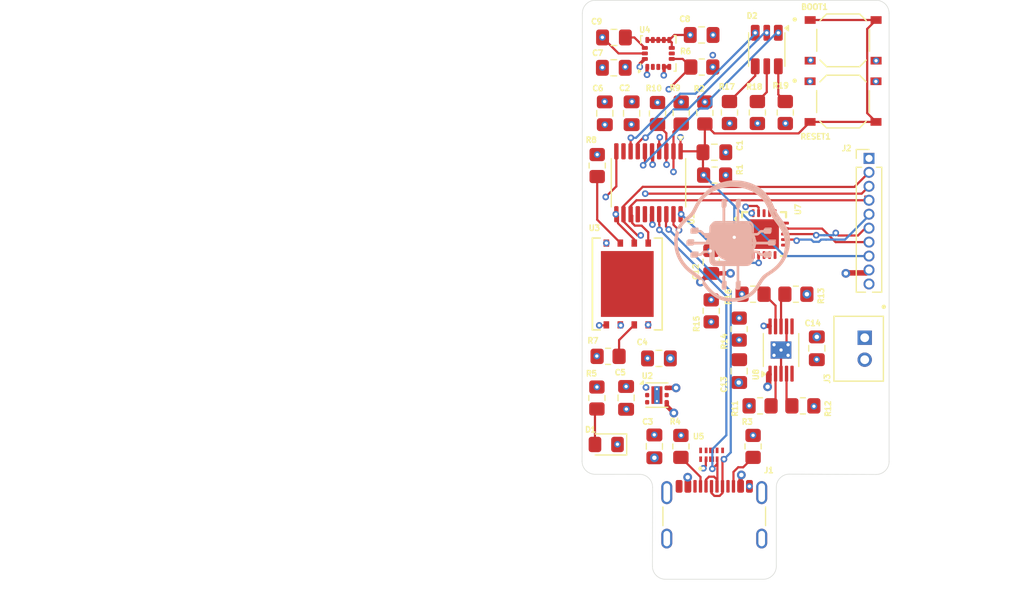
<source format=kicad_pcb>
(kicad_pcb (version 20241229) (generator "pcbnew") (generator_version "9.0")
  (layers (0 "F.Cu" signal) (4 "In1.Cu" power) (6 "In2.Cu" mixed) (8 "In3.Cu" signal) (10 "In4.Cu" signal) (2 "B.Cu" signal) (13 "F.Paste" user) (15 "B.Paste" user) (5 "F.SilkS" user "F.Silkscreen") (7 "B.SilkS" user "B.Silkscreen") (1 "F.Mask" user) (3 "B.Mask" user) (25 "Edge.Cuts" user))
  (net 0 "")
  (net 1 "/3v3")
  (net 2 "/BOOT")
  (net 3 "GND")
  (net 4 "/5vUSB")
  (net 5 "Net-(U4-REGOUT)")
  (net 6 "/VBAT")
  (net 7 "Net-(D1-A)")
  (net 8 "/RGB_B")
  (net 9 "/RGB_R")
  (net 10 "Net-(D2-RK)")
  (net 11 "Net-(D2-BK)")
  (net 12 "Net-(D2-GK)")
  (net 13 "/RGB_G")
  (net 14 "Net-(J1-CC1)")
  (net 16 "/USB_DM")
  (net 18 "Net-(J1-CC2)")
  (net 19 "/USB_DP")
  (net 20 "/TFT_CS")
  (net 21 "/CARD_CS")
  (net 22 "/D{slash}C")
  (net 23 "/SPI1_MOSI")
  (net 24 "/SPI1_MISO")
  (net 25 "/LITE_PWM")
  (net 26 "/SPI1_SCK")
  (net 27 "/ACCEL_INT")
  (net 28 "Net-(U3-*WP)")
  (net 29 "Net-(U3-*HOLD)")
  (net 30 "/I2C_SDA")
  (net 31 "/I2C_SCL")
  (net 32 "Net-(U8-ISET)")
  (net 33 "Net-(U8-PRETERM)")
  (net 34 "/nCHG")
  (net 35 "/VBAT_SNS")
  (net 36 "Net-(U8-TS)")
  (net 38 "/IO_INT")
  (net 39 "/MEM_nCE")
  (net 49 "/MTR_IN1")
  (net 50 "/MTR_IN2")
  (net 51 "/MTR_nSLEEP")
  (footprint "LED_SMD:LED_ROHM_SMLVN6" (layer "F.Cu") (at 144.755387 75.279149 -90)
    (property "Reference" "D2")
    (property "Value" "SMLVN6RGB")
  )
  (footprint "Package_LGA:LGA-16_3x3mm_P0.5mm_LayoutBorder3x5y" (layer "F.Cu") (at 134.884752 75.633842 90)
    (property "Reference" "U4")
    (property "Value" "ICM-20602")
  )
  (footprint "Connector_USB:USB_C_Receptacle_GCT_USB4105-xx-A_16P_TopMnt_Horizontal" (layer "F.Cu") (at 139.975387 118.709149)
    (property "Reference" "J1")
    (property "Value" "USB_C_Receptacle_USB2.0_16P")
  )
  (footprint "Resistor_SMD:R_0805_2012Metric_Pad1.20x1.40mm_HandSolder" (layer "F.Cu") (at 143.900387 81.009149 -90)
    (property "Reference" "R18")
    (property "Value" "1k")
  )
  (footprint "Capacitor_SMD:C_0805_2012Metric_Pad1.18x1.45mm_HandSolder" (layer "F.Cu") (at 149.31 102.4675 -90)
    (property "Reference" "C14")
    (property "Value" "1uF")
  )
  (footprint "Resistor_SMD:R_0805_2012Metric_Pad1.20x1.40mm_HandSolder" (layer "F.Cu") (at 136.966658 81.055547 -90)
    (property "Reference" "R9")
    (property "Value" "4.7k")
  )
  (footprint "Resistor_SMD:R_0805_2012Metric_Pad1.20x1.40mm_HandSolder" (layer "F.Cu") (at 140.007222 86.704963)
    (property "Reference" "R1")
    (property "Value" "10k")
  )
  (footprint "Capacitor_SMD:C_0805_2012Metric_Pad1.18x1.45mm_HandSolder" (layer "F.Cu") (at 134.527221 111.395 90)
    (property "Reference" "C3")
    (property "Value" "10uF")
  )
  (footprint "Resistor_SMD:R_0805_2012Metric_Pad1.20x1.40mm_HandSolder" (layer "F.Cu") (at 142.24 100.72 90)
    (property "Reference" "R14")
    (property "Value" "2k")
  )
  (footprint "Capacitor_SMD:C_0805_2012Metric_Pad1.18x1.45mm_HandSolder" (layer "F.Cu") (at 130.832858 76.940286 180)
    (property "Reference" "C7")
    (property "Value" "2.2uF")
  )
  (footprint "LED_SMD:LED_0805_2012Metric_Pad1.15x1.40mm_HandSolder" (layer "F.Cu") (at 130.145832 111.219149 180)
    (property "Reference" "D1")
    (property "Value" "LED")
  )
  (footprint "Capacitor_SMD:C_0805_2012Metric_Pad1.18x1.45mm_HandSolder" (layer "F.Cu") (at 139.986742 84.626249)
    (property "Reference" "C1")
    (property "Value" "0.1uF")
  )
  (footprint "Resistor_SMD:R_0805_2012Metric_Pad1.20x1.40mm_HandSolder" (layer "F.Cu") (at 147.405 97.545 180)
    (property "Reference" "R13")
    (property "Value" "2k")
  )
  (footprint "Connector_PinHeader_1.27mm:PinHeader_1x10_P1.27mm_Vertical" (layer "F.Cu") (at 154.060387 85.184149)
    (property "Reference" "J2")
    (property "Value" "Conn_01x10_Pin")
  )
  (footprint "ESD7104MUTAG:DIO_ESDR0524PMUTAG" (layer "F.Cu") (at 139.735387 112.16 90)
    (property "Reference" "U5")
    (property "Value" "~")
  )
  (footprint "MC23008-xML:QFN21P50_400X400X100L40X24T270N" (layer "F.Cu") (at 144.51 92.075)
    (property "Reference" "U7")
    (property "Value" "MCP23008-E_ML")
  )
  (footprint "Capacitor_SMD:C_0805_2012Metric_Pad1.18x1.45mm_HandSolder" (layer "F.Cu") (at 134.942515 103.388956)
    (property "Reference" "C4")
    (property "Value" "1uF")
  )
  (footprint "Resistor_SMD:R_0805_2012Metric_Pad1.20x1.40mm_HandSolder" (layer "F.Cu") (at 143.51 111.395 90)
    (property "Reference" "R3")
    (property "Value" "5.1K")
  )
  (footprint "PT5526:SW_PTS526_SM08_SMTR2_LFS" (layer "F.Cu") (at 151.695387 80.014012)
    (property "Reference" "RESET1")
    (property "Value" "PTS526")
  )
  (footprint "Resistor_SMD:R_0805_2012Metric_Pad1.20x1.40mm_HandSolder" (layer "F.Cu") (at 134.811875 81.096051 -90)
    (property "Reference" "R10")
    (property "Value" "4.7k")
  )
  (footprint "Capacitor_SMD:C_0805_2012Metric_Pad1.18x1.45mm_HandSolder" (layer "F.Cu") (at 130.016269 81.079849 -90)
    (property "Reference" "C6")
    (property "Value" "1uF")
  )
  (footprint "Capacitor_SMD:C_0805_2012Metric_Pad1.18x1.45mm_HandSolder" (layer "F.Cu") (at 139.7 94.615 -90)
    (property "Reference" "C12")
    (property "Value" "1uF")
  )
  (footprint "footprints:WSON8_Q2A_SST_MCH-M" (layer "F.Cu") (at 132.062273 96.614149 90)
    (property "Reference" "U3")
    (property "Value" "SST25VF020B-80-4C-QAE")
  )
  (footprint "Resistor_SMD:R_0805_2012Metric_Pad1.20x1.40mm_HandSolder" (layer "F.Cu") (at 138.842308 76.871223 180)
    (property "Reference" "R6")
    (property "Value" "10K")
  )
  (footprint "Package_SON:WSON-6-1EP_2x2mm_P0.65mm_EP1x1.6mm_ThermalVias" (layer "F.Cu") (at 134.757887 106.726791)
    (property "Reference" "U2")
    (property "Value" "LP5912-3.3DRV")
  )
  (footprint "Capacitor_SMD:C_0805_2012Metric_Pad1.18x1.45mm_HandSolder" (layer "F.Cu") (at 132.454529 81.076281 90)
    (property "Reference" "C2")
    (property "Value" "1uF")
  )
  (footprint "Resistor_SMD:R_0805_2012Metric_Pad1.20x1.40mm_HandSolder" (layer "F.Cu") (at 129.295387 106.990761 -90)
    (property "Reference" "R5")
    (property "Value" "1k")
  )
  (footprint "Resistor_SMD:R_0805_2012Metric_Pad1.20x1.40mm_HandSolder" (layer "F.Cu") (at 139.121439 81.047446 -90)
    (property "Reference" "R2")
    (property "Value" "10k")
  )
  (footprint "Capacitor_SMD:C_0805_2012Metric_Pad1.18x1.45mm_HandSolder" (layer "F.Cu") (at 130.849059 74.177952 180)
    (property "Reference" "C9")
    (property "Value" "0.1uF")
  )
  (footprint "Capacitor_SMD:C_0805_2012Metric_Pad1.18x1.45mm_HandSolder" (layer "F.Cu") (at 142.24 104.5425 90)
    (property "Reference" "C13")
    (property "Value" "1uF")
  )
  (footprint "Package_SO:TSSOP-20_4.4x6.5mm_P0.65mm" (layer "F.Cu") (at 133.990387 87.401649 -90)
    (property "Reference" "U1")
    (property "Value" "STM32F042F6Px")
  )
  (footprint "Resistor_SMD:R_0805_2012Metric_Pad1.20x1.40mm_HandSolder" (layer "F.Cu") (at 136.939757 111.395 90)
    (property "Reference" "R4")
    (property "Value" "5.1K")
  )
  (footprint "Resistor_SMD:R_0805_2012Metric_Pad1.20x1.40mm_HandSolder" (layer "F.Cu") (at 143.51 97.545 180)
    (property "Reference" "R16")
    (property "Value" "100k")
  )
  (footprint "Resistor_SMD:R_0805_2012Metric_Pad1.20x1.40mm_HandSolder" (layer "F.Cu") (at 146.440387 81.009149 -90)
    (property "Reference" "R19")
    (property "Value" "1k")
  )
  (footprint "PT5526:SW_PTS526_SM08_SMTR2_LFS" (layer "F.Cu") (at 151.705293 74.440722)
    (property "Reference" "BOOT1")
    (property "Value" "PTS526")
  )
  (footprint "Resistor_SMD:R_0805_2012Metric_Pad1.20x1.40mm_HandSolder" (layer "F.Cu") (at 141.360387 81.009149 -90)
    (property "Reference" "R17")
    (property "Value" "1k")
  )
  (footprint "Resistor_SMD:R_0805_2012Metric_Pad1.20x1.40mm_HandSolder" (layer "F.Cu") (at 129.323661 85.836976 -90)
    (property "Reference" "R8")
    (property "Value" "10k")
  )
  (footprint "Resistor_SMD:R_0805_2012Metric_Pad1.20x1.40mm_HandSolder" (layer "F.Cu") (at 148.04 107.705)
    (property "Reference" "R12")
    (property "Value" "2k")
  )
  (footprint "Package_SO:HVSSOP-10-1EP_3x3mm_P0.5mm_EP1.57x1.88mm_ThermalVias" (layer "F.Cu") (at 146.054812 102.625 90)
    (property "Reference" "U8")
    (property "Value" "BQ24090DGQ")
  )
  (footprint "Resistor_SMD:R_0805_2012Metric_Pad1.20x1.40mm_HandSolder" (layer "F.Cu") (at 139.7 99.06 -90)
    (property "Reference" "R15")
    (property "Value" "2k")
  )
  (footprint "Resistor_SMD:R_0805_2012Metric_Pad1.20x1.40mm_HandSolder" (layer "F.Cu") (at 130.314782 103.199641)
    (property "Reference" "R7")
    (property "Value" "10k")
  )
  (footprint "Capacitor_SMD:C_0805_2012Metric_Pad1.18x1.45mm_HandSolder" (layer "F.Cu") (at 138.828233 73.950812 180)
    (property "Reference" "C8")
    (property "Value" "0.1uF")
  )
  (footprint "Capacitor_SMD:C_0805_2012Metric_Pad1.18x1.45mm_HandSolder" (layer "F.Cu") (at 131.953363 106.979585 90)
    (property "Reference" "C5")
    (property "Value" "1uF")
  )
  (footprint "Resistor_SMD:R_0805_2012Metric_Pad1.20x1.40mm_HandSolder" (layer "F.Cu") (at 144.145 107.705 180)
    (property "Reference" "R11")
    (property "Value" "1k")
  )
  (footprint "B2B-PH-K-S:JST_B2B-PH-K-S" (layer "F.Cu") (at 153.12 102.505 90)
    (property "Reference" "J3")
    (property "Value" "B2B-PH-K-S")
  )
  (footprint "logo:omlet_logo" (layer "B.Cu") (at 141.474505 92.887059)
    (property "Reference" "G***")
    (property "Value" "LOGO" (hide yes))
  )
  (gr_arc (start 145.623498 115.105349) (mid 145.970752 114.266912) (end 146.809165 113.919598) (stroke (width 0.05)) (layer "Edge.Cuts"))
  (gr_line (start 155.889187 71.976149) (end 155.889934 112.776) (stroke (width 0.05)) (layer "Edge.Cuts"))
  (gr_arc (start 145.623498 122.303698) (mid 145.277422 123.1392) (end 144.44192 123.485276) (stroke (width 0.05)) (layer "Edge.Cuts"))
  (gr_line (start 134.350609 122.303698) (end 134.366 115.1128) (stroke (width 0.05)) (layer "Edge.Cuts"))
  (gr_arc (start 127.973631 71.976149) (mid 128.319707 71.140647) (end 129.155209 70.794571) (stroke (width 0.05)) (layer "Edge.Cuts"))
  (gr_line (start 129.155209 70.794594) (end 154.707599 70.794571) (stroke (width 0.05)) (layer "Edge.Cuts"))
  (gr_line (start 133.184422 113.936949) (end 129.120727 113.931953) (stroke (width 0.05)) (layer "Edge.Cuts"))
  (gr_line (start 127.945937 112.755349) (end 127.973631 71.976149) (stroke (width 0.05)) (layer "Edge.Cuts"))
  (gr_line (start 145.623499 115.105349) (end 145.623498 122.303698) (stroke (width 0.05)) (layer "Edge.Cuts"))
  (gr_line (start 144.43469 123.485276) (end 135.5344 123.485276) (stroke (width 0.05)) (layer "Edge.Cuts"))
  (gr_line (start 154.698428 113.95005) (end 146.809165 113.919598) (stroke (width 0.05)) (layer "Edge.Cuts"))
  (gr_arc (start 154.707609 70.794571) (mid 155.543111 71.140647) (end 155.889187 71.976149) (stroke (width 0.05)) (layer "Edge.Cuts"))
  (gr_arc (start 129.127528 113.931973) (mid 128.292026 113.585897) (end 127.94595 112.750395) (stroke (width 0.05)) (layer "Edge.Cuts"))
  (gr_arc (start 133.184422 113.936949) (mid 134.019924 114.283025) (end 134.366 115.118527) (stroke (width 0.05)) (layer "Edge.Cuts"))
  (gr_arc (start 135.532187 123.485276) (mid 134.696685 123.1392) (end 134.350609 122.303698) (stroke (width 0.05)) (layer "Edge.Cuts"))
  (gr_arc (start 155.889186 112.768549) (mid 155.543093 113.604022) (end 154.707609 113.950086) (stroke (width 0.05)) (layer "Edge.Cuts"))
  (segment (start 134.366 84.589762) (end 134.315387 84.539149) (width 0.3) (layer "F.Cu") (net 1))
  (segment (start 131.870358 76.940286) (end 131.870358 76.866842) (width 0.3) (layer "F.Cu") (net 1))
  (segment (start 133.807833 106.076791) (end 133.757885 106.026843) (width 0.3) (layer "F.Cu") (net 1))
  (segment (start 133.858 76.859594) (end 133.858752 76.858842) (width 0.3) (layer "F.Cu") (net 1))
  (segment (start 134.366 85.7504) (end 134.366 84.589762) (width 0.3) (layer "F.Cu") (net 1))
  (segment (start 129.314782 103.199641) (end 129.310841 103.199641) (width 0.3) (layer "F.Cu") (net 1))
  (segment (start 148.705293 76.290722) (end 148.705293 76.287907) (width 0.3) (layer "F.Cu") (net 1))
  (segment (start 129.310841 103.199641) (end 129.286 103.1748) (width 0.3) (layer "F.Cu") (net 1))
  (segment (start 135.410752 76.858842) (end 135.410752 77.593648) (width 0.3) (layer "F.Cu") (net 1))
  (segment (start 134.349165 91.208802) (end 134.2644 91.124037) (width 0.3) (layer "F.Cu") (net 1))
  (segment (start 132.454529 82.111729) (end 132.4356 82.0928) (width 0.3) (layer "F.Cu") (net 1))
  (segment (start 135.884752 76.905952) (end 135.89 76.9112) (width 0.3) (layer "F.Cu") (net 1))
  (segment (start 133.858 77.5716) (end 133.858 76.859594) (width 0.3) (layer "F.Cu") (net 1))
  (segment (start 133.2484 76.8096) (end 133.2484 76.545194) (width 0.3) (layer "F.Cu") (net 1))
  (segment (start 148.705293 76.287907) (end 148.7424 76.2508) (width 0.3) (layer "F.Cu") (net 1))
  (segment (start 134.2644 90.315136) (end 134.315387 90.264149) (width 0.3) (layer "F.Cu") (net 1))
  (segment (start 135.884752 76.858842) (end 135.410752 76.858842) (width 0.3) (layer "F.Cu") (net 1))
  (segment (start 131.870358 76.866842) (end 131.8768 76.8604) (width 0.3) (layer "F.Cu") (net 1))
  (segment (start 132.454529 82.113781) (end 132.454529 82.111729) (width 0.3) (layer "F.Cu") (net 1))
  (segment (start 133.633752 76.159842) (end 133.659752 76.159842) (width 0.3) (layer "F.Cu") (net 1))
  (segment (start 135.410752 77.593648) (end 135.382 77.6224) (width 0.3) (layer "F.Cu") (net 1))
  (segment (start 133.870387 106.076791) (end 133.807833 106.076791) (width 0.3) (layer "F.Cu") (net 1))
  (segment (start 134.2644 91.124037) (end 134.2644 90.315136) (width 0.3) (layer "F.Cu") (net 1))
  (segment (start 133.2484 76.545194) (end 133.633752 76.159842) (width 0.3) (layer "F.Cu") (net 1))
  (segment (start 133.1976 76.8604) (end 133.2484 76.8096) (width 0.3) (layer "F.Cu") (net 1))
  (via (at 136.966658 80.055547) (size 0.6) (drill 0.3) (layers "F.Cu" "B.Cu") (net 1))
  (via (at 135.382 77.6224) (size 0.6) (drill 0.3) (layers "F.Cu" "B.Cu") (net 1))
  (via (at 129.323661 84.836976) (size 0.6) (drill 0.3) (layers "F.Cu" "B.Cu") (net 1))
  (via (at 130.157273 92.893049) (size 0.6) (drill 0.3) (layers "F.Cu" "B.Cu") (net 1))
  (via (at 154.705293 76.290722) (size 0.6) (drill 0.3) (layers "F.Cu" "B.Cu") (net 1))
  (via (at 131.953363 105.942085) (size 0.6) (drill 0.3) (layers "F.Cu" "B.Cu") (net 1))
  (via (at 129.286 103.1748) (size 0.6) (drill 0.3) (layers "F.Cu" "B.Cu") (net 1))
  (via (at 129.295387 105.990761) (size 0.6) (drill 0.3) (layers "F.Cu" "B.Cu") (net 1))
  (via (at 130.016269 82.117349) (size 0.6) (drill 0.3) (layers "F.Cu" "B.Cu") (net 1))
  (via (at 131.8768 76.8604) (size 0.6) (drill 0.3) (layers "F.Cu" "B.Cu") (net 1))
  (via (at 148.7424 76.2508) (size 0.6) (drill 0.3) (layers "F.Cu" "B.Cu") (net 1))
  (via (at 133.757885 106.026843) (size 0.6) (drill 0.3) (layers "F.Cu" "B.Cu") (net 1))
  (via (at 133.1976 76.8604) (size 0.6) (drill 0.3) (layers "F.Cu" "B.Cu") (net 1))
  (via (at 134.366 85.7504) (size 0.6) (drill 0.3) (layers "F.Cu" "B.Cu") (net 1))
  (via (at 132.4356 82.0928) (size 0.6) (drill 0.3) (layers "F.Cu" "B.Cu") (net 1))
  (via (at 133.858 77.5716) (size 0.6) (drill 0.3) (layers "F.Cu" "B.Cu") (net 1))
  (via (at 139.842308 76.871223) (size 0.6) (drill 0.3) (layers "F.Cu" "B.Cu") (net 1))
  (via (at 134.811875 80.096051) (size 0.6) (drill 0.3) (layers "F.Cu" "B.Cu") (net 1))
  (via (at 139.865733 73.950812) (size 0.6) (drill 0.3) (layers "F.Cu" "B.Cu") (net 1))
  (via (at 134.349165 91.208802) (size 0.6) (drill 0.3) (layers "F.Cu" "B.Cu") (net 1))
  (via (at 139.842308 75.79) (size 0.6) (drill 0.3) (layers "F.Cu" "B.Cu") (net 1))
  (via (at 139.121439 80.047446) (size 0.6) (drill 0.3) (layers "F.Cu" "B.Cu") (net 1))
  (segment (start 154.705293 72.590722) (end 153.894387 73.401628) (width 0.2) (layer "F.Cu") (net 2))
  (segment (start 153.894387 81.063012) (end 154.695387 81.864012) (width 0.2) (layer "F.Cu") (net 2))
  (segment (start 138.949242 84.626249) (end 138.949242 86.646983) (width 0.2) (layer "F.Cu") (net 2))
  (segment (start 153.894387 73.401628) (end 153.894387 81.063012) (width 0.2) (layer "F.Cu") (net 2))
  (segment (start 139.121439 82.047446) (end 139.121439 84.454052) (width 0.2) (layer "F.Cu") (net 2))
  (segment (start 142.005616 92.575) (end 141.798212 92.367596) (width 0.2) (layer "F.Cu") (net 2))
  (segment (start 148.695387 81.864012) (end 154.695387 81.864012) (width 0.2) (layer "F.Cu") (net 2))
  (segment (start 139.121439 84.454052) (end 138.949242 84.626249) (width 0.2) (layer "F.Cu") (net 2))
  (segment (start 135.015387 83.2612) (end 134.965387 83.3112) (width 0.2) (layer "F.Cu") (net 2))
  (segment (start 138.949242 86.646983) (end 139.007222 86.704963) (width 0.2) (layer "F.Cu") (net 2))
  (segment (start 139.984142 82.910149) (end 147.64925 82.910149) (width 0.2) (layer "F.Cu") (net 2))
  (segment (start 147.64925 82.910149) (end 148.695387 81.864012) (width 0.2) (layer "F.Cu") (net 2))
  (segment (start 142.605 92.575) (end 142.005616 92.575) (width 0.2) (layer "F.Cu") (net 2))
  (segment (start 136.906 84.529762) (end 136.915387 84.539149) (width 0.2) (layer "F.Cu") (net 2))
  (segment (start 136.915387 84.539149) (end 138.862142 84.539149) (width 0.2) (layer "F.Cu") (net 2))
  (segment (start 134.965387 83.3112) (end 134.965387 84.539149) (width 0.2) (layer "F.Cu") (net 2))
  (segment (start 136.906 83.2612) (end 136.906 84.529762) (width 0.2) (layer "F.Cu") (net 2))
  (segment (start 148.705293 72.590722) (end 154.705293 72.590722) (width 0.2) (layer "F.Cu") (net 2))
  (segment (start 139.121439 82.047446) (end 139.984142 82.910149) (width 0.2) (layer "F.Cu") (net 2))
  (segment (start 138.862142 84.539149) (end 138.949242 84.626249) (width 0.2) (layer "F.Cu") (net 2))
  (via (at 139.007222 86.704963) (size 0.6) (drill 0.3) (layers "F.Cu" "B.Cu") (net 2))
  (via (at 136.906 83.2612) (size 0.6) (drill 0.3) (layers "F.Cu" "B.Cu") (net 2))
  (via (at 135.015387 83.2612) (size 0.6) (drill 0.3) (layers "F.Cu" "B.Cu") (net 2))
  (via (at 141.798212 92.367596) (size 0.6) (drill 0.3) (layers "F.Cu" "B.Cu") (net 2))
  (segment (start 146.376408 94.074149) (end 154.060387 94.074149) (width 0.2) (layer "B.Cu") (net 2))
  (segment (start 139.007222 86.704963) (end 141.58113 89.27887) (width 0.2) (layer "B.Cu") (net 2))
  (segment (start 141.58113 89.27887) (end 146.376408 94.074149) (width 0.2) (layer "B.Cu") (net 2))
  (segment (start 141.798212 89.495952) (end 141.58113 89.27887) (width 0.2) (layer "B.Cu") (net 2))
  (segment (start 141.798212 92.367596) (end 141.798212 89.495952) (width 0.2) (layer "B.Cu") (net 2))
  (segment (start 131.170832 111.219149) (end 131.170832 111.206432) (width 0.2) (layer "F.Cu") (net 3))
  (segment (start 131.953363 108.017085) (end 131.962115 108.017085) (width 0.2) (layer "F.Cu") (net 3))
  (segment (start 136.109752 75.133842) (end 136.109752 74.633842) (width 0.2) (layer "F.Cu") (net 3))
  (segment (start 136.939757 110.395) (end 136.9502 110.395) (width 0.2) (layer "F.Cu") (net 3))
  (segment (start 129.811559 74.177952) (end 129.803952 74.177952) (width 0.2) (layer "F.Cu") (net 3))
  (segment (start 129.795358 76.912558) (end 129.794 76.9112) (width 0.2) (layer "F.Cu") (net 3))
  (segment (start 141.360387 82.009149) (end 141.360387 82.007213) (width 0.2) (layer "F.Cu") (net 3))
  (segment (start 131.170832 111.206432) (end 131.1656 111.2012) (width 0.2) (layer "F.Cu") (net 3))
  (segment (start 133.967273 100.335249) (end 133.964849 100.335249) (width 0.2) (layer "F.Cu") (net 3))
  (segment (start 139.7 98.06) (end 139.7 98.044) (width 0.2) (layer "F.Cu") (net 3))
  (segment (start 139.6453 93.5775) (end 139.608465 93.614335) (width 0.2) (layer "F.Cu") (net 3))
  (segment (start 136.109752 74.633842) (end 135.884752 74.408842) (width 0.2) (layer "F.Cu") (net 3))
  (segment (start 143.900387 82.009149) (end 143.900387 82.007213) (width 0.2) (layer "F.Cu") (net 3))
  (segment (start 130.016269 80.029069) (end 129.9972 80.01) (width 0.2) (layer "F.Cu") (net 3))
  (segment (start 148.695387 78.164012) (end 148.695387 78.177413) (width 0.2) (layer "F.Cu") (net 3))
  (segment (start 133.884752 74.408842) (end 134.384752 74.408842) (width 0.2) (layer "F.Cu") (net 3))
  (segment (start 133.964849 100.335249) (end 133.9596 100.33) (width 0.2) (layer "F.Cu") (net 3))
  (segment (start 142.51 97.545) (end 142.503 97.545) (width 0.2) (layer "F.Cu") (net 3))
  (segment (start 134.527221 110.3575) (end 134.527221 110.346421) (width 0.2) (layer "F.Cu") (net 3))
  (segment (start 134.884752 74.408842) (end 135.384752 74.408842) (width 0.2) (layer "F.Cu") (net 3))
  (segment (start 142.503 97.545) (end 142.494 97.536) (width 0.2) (layer "F.Cu") (net 3))
  (segment (start 141.360387 82.007213) (end 141.3764 81.9912) (width 0.2) (layer "F.Cu") (net 3))
  (segment (start 149.31 103.4884) (end 149.3012 103.4796) (width 0.2) (layer "F.Cu") (net 3))
  (segment (start 136.342782 73.950812) (end 135.884752 74.408842) (width 0.2) (layer "F.Cu") (net 3))
  (segment (start 135.384752 74.408842) (end 135.884752 74.408842) (width 0.2) (layer "F.Cu") (net 3))
  (segment (start 148.695387 78.177413) (end 148.6916 78.1812) (width 0.2) (layer "F.Cu") (net 3))
  (segment (start 154.695387 78.171813) (end 154.686 78.1812) (width 0.2) (layer "F.Cu") (net 3))
  (segment (start 136.9502 110.395) (end 136.9568 110.3884) (width 0.2) (layer "F.Cu") (net 3))
  (segment (start 129.795358 76.940286) (end 129.795358 76.912558) (width 0.2) (layer "F.Cu") (net 3))
  (segment (start 134.384752 74.408842) (end 134.884752 74.408842) (width 0.2) (layer "F.Cu") (net 3))
  (segment (start 143.145 107.705) (end 143.1454 107.705) (width 0.2) (layer "F.Cu") (net 3))
  (segment (start 133.659752 75.633842) (end 131.267449 75.633842) (width 0.2) (layer "F.Cu") (net 3))
  (segment (start 154.695387 78.164012) (end 154.695387 78.171813) (width 0.2) (layer "F.Cu") (net 3))
  (segment (start 141.024242 84.626249) (end 141.024242 84.629358) (width 0.2) (layer "F.Cu") (net 3))
  (segment (start 149.04 107.705) (end 149.04 107.7396) (width 0.2) (layer "F.Cu") (net 3))
  (segment (start 130.016269 80.042349) (end 130.016269 80.029069) (width 0.2) (layer "F.Cu") (net 3))
  (segment (start 139.7 93.5775) (end 139.6453 93.5775) (width 0.2) (layer "F.Cu") (net 3))
  (segment (start 129.803952 74.177952) (end 129.794 74.168) (width 0.2) (layer "F.Cu") (net 3))
  (segment (start 137.790733 73.950812) (end 136.342782 73.950812) (width 0.2) (layer "F.Cu") (net 3))
  (segment (start 146.554812 100.475) (end 146.554812 102.125) (width 0.2) (layer "F.Cu") (net 3))
  (segment (start 131.267449 75.633842) (end 129.811559 74.177952) (width 0.2) (layer "F.Cu") (net 3))
  (segment (start 141.007222 86.704963) (end 141.010163 86.704963) (width 0.2) (layer "F.Cu") (net 3))
  (segment (start 146.440387 82.007213) (end 146.4564 81.9912) (width 0.2) (layer "F.Cu") (net 3))
  (segment (start 132.454529 80.038781) (end 132.457619 80.038781) (width 0.2) (layer "F.Cu") (net 3))
  (segment (start 143.900387 82.007213) (end 143.9164 81.9912) (width 0.2) (layer "F.Cu") (net 3))
  (segment (start 146.440387 82.009149) (end 146.440387 82.007213) (width 0.2) (layer "F.Cu") (net 3))
  (segment (start 149.04 107.7396) (end 149.0472 107.7468) (width 0.2) (layer "F.Cu") (net 3))
  (segment (start 134.527221 110.346421) (end 134.5184 110.3376) (width 0.2) (layer "F.Cu") (net 3))
  (segment (start 146.554812 102.125) (end 146.054812 102.625) (width 0.2) (layer "F.Cu") (net 3))
  (segment (start 141.010163 86.704963) (end 141.0208 86.7156) (width 0.2) (layer "F.Cu") (net 3))
  (segment (start 143.1454 107.705) (end 143.1544 107.696) (width 0.2) (layer "F.Cu") (net 3))
  (segment (start 146.054812 104.775) (end 146.054812 102.625) (width 0.2) (layer "F.Cu") (net 3))
  (segment (start 133.905015 103.388956) (end 133.905015 103.381785) (width 0.2) (layer "F.Cu") (net 3))
  (segment (start 133.905015 103.381785) (end 133.9088 103.378) (width 0.2) (layer "F.Cu") (net 3))
  (segment (start 143.51 110.395) (end 143.51 110.3884) (width 0.2) (layer "F.Cu") (net 3))
  (segment (start 132.457619 80.038781) (end 132.4864 80.01) (width 0.2) (layer "F.Cu") (net 3))
  (segment (start 131.962115 108.017085) (end 131.9784 108.0008) (width 0.2) (layer "F.Cu") (net 3))
  (segment (start 141.024242 84.629358) (end 141.0208 84.6328) (width 0.2) (layer "F.Cu") (net 3))
  (segment (start 149.31 103.505) (end 149.31 103.4884) (width 0.2) (layer "F.Cu") (net 3))
  (via (at 141.0208 86.7156) (size 0.6) (drill 0.3) (layers "F.Cu" "B.Cu") (net 3))
  (via (at 143.1544 107.696) (size 0.6) (drill 0.3) (layers "F.Cu" "B.Cu") (net 3))
  (via (at 141.0208 84.6328) (size 0.6) (drill 0.3) (layers "F.Cu" "B.Cu") (net 3))
  (via (at 137.790733 73.950812) (size 0.6) (drill 0.3) (layers "F.Cu" "B.Cu") (net 3))
  (via (at 131.1656 111.2012) (size 0.6) (drill 0.3) (layers "F.Cu" "B.Cu") (net 3))
  (via (at 133.9088 103.378) (size 0.6) (drill 0.3) (layers "F.Cu" "B.Cu") (net 3))
  (via (at 141.3764 81.9912) (size 0.6) (drill 0.3) (layers "F.Cu" "B.Cu") (net 3))
  (via (at 134.5184 110.3376) (size 0.6) (drill 0.3) (layers "F.Cu" "B.Cu") (net 3))
  (via (at 131.9784 108.0008) (size 0.6) (drill 0.3) (layers "F.Cu" "B.Cu") (net 3))
  (via (at 132.4864 80.01) (size 0.6) (drill 0.3) (layers "F.Cu" "B.Cu") (net 3))
  (via (at 129.794 76.9112) (size 0.6) (drill 0.3) (layers "F.Cu" "B.Cu") (net 3))
  (via (at 149.0472 107.7468) (size 0.6) (drill 0.3) (layers "F.Cu" "B.Cu") (net 3))
  (via (at 143.175387 115.029149) (size 0.6) (drill 0.3) (layers "F.Cu" "B.Cu") (net 3))
  (via (at 143.9164 81.9912) (size 0.6) (drill 0.3) (layers "F.Cu" "B.Cu") (net 3))
  (via (at 146.4564 81.9912) (size 0.6) (drill 0.3) (layers "F.Cu" "B.Cu") (net 3))
  (via (at 148.6916 78.1812) (size 0.6) (drill 0.3) (layers "F.Cu" "B.Cu") (net 3))
  (via (at 139.7 98.044) (size 0.6) (drill 0.3) (layers "F.Cu" "B.Cu") (net 3))
  (via (at 129.794 74.168) (size 0.6) (drill 0.3) (layers "F.Cu" "B.Cu") (net 3))
  (via (at 133.9596 100.33) (size 0.6) (drill 0.3) (layers "F.Cu" "B.Cu") (net 3))
  (via (at 146.054812 102.625) (size 0.6) (drill 0.3) (layers "F.Cu" "B.Cu") (net 3))
  (via (at 136.9568 110.3884) (size 0.6) (drill 0.3) (layers "F.Cu" "B.Cu") (net 3))
  (via (at 149.3012 103.4796) (size 0.6) (drill 0.3) (layers "F.Cu" "B.Cu") (net 3))
  (via (at 142.494 97.536) (size 0.6) (drill 0.3) (layers "F.Cu" "B.Cu") (net 3))
  (via (at 154.686 78.1812) (size 0.6) (drill 0.3) (layers "F.Cu" "B.Cu") (net 3))
  (via (at 129.9972 80.01) (size 0.6) (drill 0.3) (layers "F.Cu" "B.Cu") (net 3))
  (via (at 143.51 110.3884) (size 0.6) (drill 0.3) (layers "F.Cu" "B.Cu") (net 3))
  (via (at 139.608465 93.614335) (size 0.6) (drill 0.3) (layers "F.Cu" "B.Cu") (net 3))
  (segment (start 137.575387 114.218745) (end 137.558812 114.20217) (width 0.4) (layer "F.Cu") (net 4))
  (segment (start 144.953812 104.876) (end 144.953812 104.775) (width 0.5) (layer "F.Cu") (net 4))
  (segment (start 153.798936 95.6056) (end 154.060387 95.344149) (width 0.5) (layer "F.Cu") (net 4))
  (segment (start 139.500701 95.6525) (end 139.7 95.6525) (width 0.4) (layer "F.Cu") (net 4))
  (segment (start 151.9936 95.6056) (end 153.798936 95.6056) (width 0.5) (layer "F.Cu") (net 4))
  (segment (start 136.2964 108.3564) (end 135.658887 107.718887) (width 0.4) (layer "F.Cu") (net 4))
  (segment (start 135.904058 106.0704) (end 135.897667 106.076791) (width 0.4) (layer "F.Cu") (net 4))
  (segment (start 138.9888 113.3856) (end 139.209387 113.165013) (width 0.2) (layer "F.Cu") (net 4))
  (segment (start 142.215044 105.58) (end 142.207111 105.587933) (width 0.5) (layer "F.Cu") (net 4))
  (segment (start 142.375387 115.029149) (end 142.375387 114.063013) (width 0.4) (layer "F.Cu") (net 4))
  (segment (start 140.570001 95.6525) (end 139.7 95.6525) (width 0.4) (layer "F.Cu") (net 4))
  (segment (start 142.375387 114.063013) (end 142.4432 113.9952) (width 0.4) (layer "F.Cu") (net 4))
  (segment (start 139.209387 113.165013) (end 139.209387 112.56) (width 0.2) (layer "F.Cu") (net 4))
  (segment (start 142.24 105.58) (end 142.215044 105.58) (width 0.5) (layer "F.Cu") (net 4))
  (segment (start 144.927812 105.871788) (end 144.927812 104.902) (width 0.5) (layer "F.Cu") (net 4))
  (segment (start 144.927812 104.902) (end 144.953812 104.876) (width 0.5) (layer "F.Cu") (net 4))
  (segment (start 144.8308 105.9688) (end 144.927812 105.871788) (width 0.5) (layer "F.Cu") (net 4))
  (segment (start 141.45 95.645335) (end 140.577166 95.645335) (width 0.4) (layer "F.Cu") (net 4))
  (segment (start 137.575387 115.029149) (end 137.575387 114.218745) (width 0.4) (layer "F.Cu") (net 4))
  (segment (start 140.577166 95.645335) (end 140.570001 95.6525) (width 0.4) (layer "F.Cu") (net 4))
  (segment (start 151.953865 95.645335) (end 151.9936 95.6056) (width 0.5) (layer "F.Cu") (net 4))
  (segment (start 136.4996 106.0704) (end 135.904058 106.0704) (width 0.4) (layer "F.Cu") (net 4))
  (segment (start 138.7166 96.4366) (end 139.500701 95.6525) (width 0.4) (layer "F.Cu") (net 4))
  (segment (start 135.658887 107.718887) (end 135.658887 107.376791) (width 0.4) (layer "F.Cu") (net 4))
  (segment (start 135.897667 106.076791) (end 135.658887 106.076791) (width 0.4) (layer "F.Cu") (net 4))
  (via (at 135.980015 103.388956) (size 0.8) (drill 0.4) (layers "F.Cu" "B.Cu") (net 4))
  (via (at 144.8308 105.9688) (size 0.8) (drill 0.4) (layers "F.Cu" "B.Cu") (net 4))
  (via (at 151.953865 95.645335) (size 0.8) (drill 0.4) (layers "F.Cu" "B.Cu") (net 4))
  (via (at 136.4996 106.0704) (size 0.8) (drill 0.4) (layers "F.Cu" "B.Cu") (net 4))
  (via (at 142.4432 113.9952) (size 0.8) (drill 0.4) (layers "F.Cu" "B.Cu") (net 4))
  (via (at 137.558812 114.20217) (size 0.8) (drill 0.4) (layers "F.Cu" "B.Cu") (net 4))
  (via (at 138.7166 96.4366) (size 0.8) (drill 0.4) (layers "F.Cu" "B.Cu") (net 4))
  (via (at 141.45 95.645335) (size 0.8) (drill 0.4) (layers "F.Cu" "B.Cu") (net 4))
  (via (at 142.207111 105.587933) (size 0.8) (drill 0.4) (layers "F.Cu" "B.Cu") (net 4))
  (via (at 136.2964 108.3564) (size 0.8) (drill 0.4) (layers "F.Cu" "B.Cu") (net 4))
  (via (at 134.527221 112.4325) (size 0.8) (drill 0.4) (layers "F.Cu" "B.Cu") (net 4))
  (via (at 138.9888 113.3856) (size 0.6) (drill 0.3) (layers "F.Cu" "B.Cu") (net 4))
  (segment (start 131.886559 74.177952) (end 132.703862 74.177952) (width 0.2) (layer "F.Cu") (net 5))
  (segment (start 132.703862 74.177952) (end 133.659752 75.133842) (width 0.2) (layer "F.Cu") (net 5))
  (segment (start 145.003812 100.4316) (end 145.003812 100.475) (width 0.4) (layer "F.Cu") (net 6))
  (segment (start 142.24 99.72) (end 142.24 99.7204) (width 0.4) (layer "F.Cu") (net 6))
  (segment (start 144.4752 100.4316) (end 145.003812 100.4316) (width 0.4) (layer "F.Cu") (net 6))
  (via (at 144.4752 100.4316) (size 0.6) (drill 0.3) (layers "F.Cu" "B.Cu") (net 6))
  (via (at 142.24 99.7204) (size 0.6) (drill 0.3) (layers "F.Cu" "B.Cu") (net 6))
  (via (at 149.31 101.43) (size 0.8) (drill 0.4) (layers "F.Cu" "B.Cu") (net 6))
  (via (at 148.405 97.545) (size 0.8) (drill 0.4) (layers "F.Cu" "B.Cu") (net 6))
  (segment (start 129.120832 108.165316) (end 129.295387 107.990761) (width 0.2) (layer "F.Cu") (net 7))
  (segment (start 129.120832 111.219149) (end 129.120832 108.165316) (width 0.2) (layer "F.Cu") (net 7))
  (segment (start 133.665387 84.539149) (end 133.665387 85.65101) (width 0.2) (layer "F.Cu") (net 8))
  (segment (start 133.665387 85.65101) (end 133.506379 85.810018) (width 0.2) (layer "F.Cu") (net 8))
  (via (at 133.506379 85.810018) (size 0.6) (drill 0.3) (layers "F.Cu" "B.Cu") (net 8))
  (via (at 145.805387 73.754149) (size 0.6) (drill 0.3) (layers "F.Cu" "B.Cu") (net 8))
  (segment (start 139.722439 80.296389) (end 139.722439 79.798503) (width 0.2) (layer "B.Cu") (net 8))
  (segment (start 139.722439 79.798503) (end 139.664568 79.740632) (width 0.2) (layer "B.Cu") (net 8))
  (segment (start 138.756754 80.648446) (end 138.814625 80.590575) (width 0.2) (layer "B.Cu") (net 8))
  (segment (start 133.506379 85.760078) (end 138.618011 80.648446) (width 0.2) (layer "B.Cu") (net 8))
  (segment (start 133.506379 85.810018) (end 133.506379 85.760078) (width 0.2) (layer "B.Cu") (net 8))
  (segment (start 138.872496 80.648446) (end 139.370382 80.648446) (width 0.2) (layer "B.Cu") (net 8))
  (segment (start 138.618011 80.648446) (end 138.756754 80.648446) (width 0.2) (layer "B.Cu") (net 8))
  (segment (start 139.664568 79.740632) (end 145.651051 73.754149) (width 0.2) (layer "B.Cu") (net 8))
  (segment (start 138.814625 80.590575) (end 138.872496 80.648446) (width 0.2) (layer "B.Cu") (net 8))
  (segment (start 139.370382 80.648446) (end 139.722439 80.296389) (width 0.2) (layer "B.Cu") (net 8))
  (segment (start 145.651051 73.754149) (end 145.805387 73.754149) (width 0.2) (layer "B.Cu") (net 8))
  (segment (start 133.015387 84.539149) (end 133.015387 83.80165) (width 0.2) (layer "F.Cu") (net 9))
  (segment (start 133.015387 83.80165) (end 133.515388 83.301649) (width 0.2) (layer "F.Cu") (net 9))
  (segment (start 133.515388 83.301649) (end 133.71914 83.301649) (width 0.2) (layer "F.Cu") (net 9))
  (via (at 144.755387 73.754149) (size 0.6) (drill 0.3) (layers "F.Cu" "B.Cu") (net 9))
  (via (at 133.71914 83.301649) (size 0.6) (drill 0.3) (layers "F.Cu" "B.Cu") (net 9))
  (segment (start 136.299589 80.7212) (end 137.588279 80.7212) (width 0.2) (layer "B.Cu") (net 9))
  (segment (start 133.71914 83.301649) (end 136.299589 80.7212) (width 0.2) (layer "B.Cu") (net 9))
  (segment (start 144.55533 73.754149) (end 144.755387 73.754149) (width 0.2) (layer "B.Cu") (net 9))
  (segment (start 137.588279 80.7212) (end 144.55533 73.754149) (width 0.2) (layer "B.Cu") (net 9))
  (segment (start 144.755387 79.154149) (end 143.900387 80.009149) (width 0.2) (layer "F.Cu") (net 10))
  (segment (start 144.755387 76.804149) (end 144.755387 79.154149) (width 0.2) (layer "F.Cu") (net 10))
  (segment (start 145.805387 76.804149) (end 145.805387 79.374149) (width 0.2) (layer "F.Cu") (net 11))
  (segment (start 145.805387 79.374149) (end 146.440387 80.009149) (width 0.2) (layer "F.Cu") (net 11))
  (segment (start 143.705387 76.804149) (end 143.705387 77.664149) (width 0.2) (layer "F.Cu") (net 12))
  (segment (start 143.705387 77.664149) (end 141.360387 80.009149) (width 0.2) (layer "F.Cu") (net 12))
  (segment (start 132.365387 83.331413) (end 132.3848 83.312) (width 0.2) (layer "F.Cu") (net 13))
  (segment (start 132.365387 84.539149) (end 132.365387 83.331413) (width 0.2) (layer "F.Cu") (net 13))
  (via (at 143.705387 73.754149) (size 0.6) (drill 0.3) (layers "F.Cu" "B.Cu") (net 13))
  (via (at 132.3848 83.312) (size 0.6) (drill 0.3) (layers "F.Cu" "B.Cu") (net 13))
  (segment (start 138.264674 79.2988) (end 143.705387 73.858087) (width 0.2) (layer "B.Cu") (net 13))
  (segment (start 132.3848 83.312) (end 132.860262 83.312) (width 0.2) (layer "B.Cu") (net 13))
  (segment (start 143.705387 73.858087) (end 143.705387 73.754149) (width 0.2) (layer "B.Cu") (net 13))
  (segment (start 136.873462 79.2988) (end 138.264674 79.2988) (width 0.2) (layer "B.Cu") (net 13))
  (segment (start 132.860262 83.312) (end 136.873462 79.2988) (width 0.2) (layer "B.Cu") (net 13))
  (segment (start 138.725387 114.18063) (end 138.725387 115.029149) (width 0.2) (layer "F.Cu") (net 14))
  (segment (start 136.939757 112.395) (end 138.725387 114.18063) (width 0.2) (layer "F.Cu") (net 14))
  (segment (start 134.965387 91.200177) (end 134.965387 90.264149) (width 0.2) (layer "F.Cu") (net 16))
  (segment (start 134.987742 91.690699) (end 134.987742 91.222532) (width 0.2) (layer "F.Cu") (net 16))
  (segment (start 139.492563 114.153149) (end 139.958211 114.153149) (width 0.2) (layer "F.Cu") (net 16))
  (segment (start 140.261387 113.48) (end 140.261387 112.56) (width 0.2) (layer "F.Cu") (net 16))
  (segment (start 139.225387 114.420325) (end 139.492563 114.153149) (width 0.2) (layer "F.Cu") (net 16))
  (segment (start 140.225387 115.029149) (end 140.261387 114.993149) (width 0.2) (layer "F.Cu") (net 16))
  (segment (start 139.958211 114.153149) (end 140.225387 114.420325) (width 0.2) (layer "F.Cu") (net 16))
  (segment (start 140.261387 112.976613) (end 140.261387 112.9) (width 0.2) (layer "F.Cu") (net 16))
  (segment (start 140.261387 114.993149) (end 140.261387 113.48) (width 0.2) (layer "F.Cu") (net 16))
  (segment (start 134.987742 91.222532) (end 134.965387 91.200177) (width 0.2) (layer "F.Cu") (net 16))
  (segment (start 140.225387 114.420325) (end 140.225387 115.029149) (width 0.2) (layer "F.Cu") (net 16))
  (segment (start 139.8016 113.4364) (end 140.261387 112.976613) (width 0.2) (layer "F.Cu") (net 16))
  (segment (start 139.225387 115.029149) (end 139.225387 114.420325) (width 0.2) (layer "F.Cu") (net 16))
  (via (at 139.8016 113.4364) (size 0.6) (drill 0.3) (layers "F.Cu" "B.Cu") (net 16))
  (via (at 134.987742 91.690699) (size 0.6) (drill 0.3) (layers "F.Cu" "B.Cu") (net 16))
  (segment (start 134.987742 91.690699) (end 135.023099 91.690699) (width 0.2) (layer "B.Cu") (net 16))
  (segment (start 135.023099 91.690699) (end 141.077 97.7446) (width 0.2) (layer "B.Cu") (net 16))
  (segment (start 139.8016 111.654789) (end 139.8016 113.4364) (width 0.2) (layer "B.Cu") (net 16))
  (segment (start 141.077 97.7446) (end 141.077 110.379389) (width 0.2) (layer "B.Cu") (net 16))
  (segment (start 141.077 110.379389) (end 139.8016 111.654789) (width 0.2) (layer "B.Cu") (net 16))
  (segment (start 142.152836 113.2942) (end 141.725387 113.721649) (width 0.2) (layer "F.Cu") (net 18))
  (segment (start 142.6108 113.2942) (end 142.152836 113.2942) (width 0.2) (layer "F.Cu") (net 18))
  (segment (start 143.51 112.395) (end 142.6108 113.2942) (width 0.2) (layer "F.Cu") (net 18))
  (segment (start 141.725387 113.721649) (end 141.725387 115.029149) (width 0.2) (layer "F.Cu") (net 18))
  (segment (start 140.725387 115.637973) (end 140.725387 115.029149) (width 0.2) (layer "F.Cu") (net 19))
  (segment (start 135.5852 91.031835) (end 135.615387 91.001648) (width 0.2) (layer "F.Cu") (net 19))
  (segment (start 135.615387 91.001648) (end 135.615387 90.264149) (width 0.2) (layer "F.Cu") (net 19))
  (segment (start 135.832341 91.636341) (end 135.5852 91.3892) (width 0.2) (layer "F.Cu") (net 19))
  (segment (start 140.725387 115.029149) (end 140.725387 112.57) (width 0.2) (layer "F.Cu") (net 19))
  (segment (start 139.992563 115.905149) (end 140.458211 115.905149) (width 0.2) (layer "F.Cu") (net 19))
  (segment (start 135.832341 91.651411) (end 135.832341 91.636341) (width 0.2) (layer "F.Cu") (net 19))
  (segment (start 140.458211 115.905149) (end 140.725387 115.637973) (width 0.2) (layer "F.Cu") (net 19))
  (segment (start 135.5852 91.3892) (end 135.5852 91.031835) (width 0.2) (layer "F.Cu") (net 19))
  (segment (start 139.725387 115.637973) (end 139.992563 115.905149) (width 0.2) (layer "F.Cu") (net 19))
  (segment (start 140.725387 112.57) (end 140.735387 112.56) (width 0.2) (layer "F.Cu") (net 19))
  (segment (start 139.725387 115.029149) (end 139.725387 115.637973) (width 0.2) (layer "F.Cu") (net 19))
  (via (at 140.861387 112.56) (size 0.6) (drill 0.3) (layers "F.Cu" "B.Cu") (net 19))
  (via (at 135.832341 91.651411) (size 0.6) (drill 0.3) (layers "F.Cu" "B.Cu") (net 19))
  (segment (start 135.847411 91.651411) (end 141.478 97.282) (width 0.2) (layer "B.Cu") (net 19))
  (segment (start 141.478 97.282) (end 141.478 111.943387) (width 0.2) (layer "B.Cu") (net 19))
  (segment (start 135.832341 91.651411) (end 135.847411 91.651411) (width 0.2) (layer "B.Cu") (net 19))
  (segment (start 141.478 111.943387) (end 140.861387 112.56) (width 0.2) (layer "B.Cu") (net 19))
  (segment (start 147.3724 92.575) (end 146.415 92.575) (width 0.2) (layer "F.Cu") (net 20))
  (segment (start 147.4724 92.675) (end 147.3724 92.575) (width 0.2) (layer "F.Cu") (net 20))
  (via (at 147.4724 92.675) (size 0.6) (drill 0.3) (layers "F.Cu" "B.Cu") (net 20))
  (segment (start 150.1547 92.576) (end 150.1557 92.575) (width 0.2) (layer "B.Cu") (net 20))
  (segment (start 149.504531 92.776) (end 149.704531 92.576) (width 0.2) (layer "B.Cu") (net 20))
  (segment (start 150.1557 92.575) (end 151.8746 92.575) (width 0.2) (layer "B.Cu") (net 20))
  (segment (start 151.8746 92.575) (end 154.060387 90.389213) (width 0.2) (layer "B.Cu") (net 20))
  (segment (start 147.674 92.575) (end 148.805645 92.575) (width 0.2) (layer "B.Cu") (net 20))
  (segment (start 154.060387 90.389213) (end 154.060387 90.264149) (width 0.2) (layer "B.Cu") (net 20))
  (segment (start 147.4724 92.675) (end 147.574 92.675) (width 0.2) (layer "B.Cu") (net 20))
  (segment (start 147.574 92.675) (end 147.674 92.575) (width 0.2) (layer "B.Cu") (net 20))
  (segment (start 149.006645 92.776) (end 149.504531 92.776) (width 0.2) (layer "B.Cu") (net 20))
  (segment (start 149.704531 92.576) (end 150.1547 92.576) (width 0.2) (layer "B.Cu") (net 20))
  (segment (start 148.805645 92.575) (end 149.006645 92.776) (width 0.2) (layer "B.Cu") (net 20))
  (segment (start 151.26733 92.202) (end 153.0604 92.202) (width 0.2) (layer "F.Cu") (net 21))
  (segment (start 149.155588 92.075) (end 146.415 92.075) (width 0.2) (layer "F.Cu") (net 21))
  (segment (start 149.255588 92.175) (end 149.155588 92.075) (width 0.2) (layer "F.Cu") (net 21))
  (segment (start 153.728251 91.534149) (end 154.060387 91.534149) (width 0.2) (layer "F.Cu") (net 21))
  (segment (start 151.034365 91.969035) (end 151.26733 92.202) (width 0.2) (layer "F.Cu") (net 21))
  (segment (start 153.0604 92.202) (end 153.728251 91.534149) (width 0.2) (layer "F.Cu") (net 21))
  (via (at 149.255588 92.175) (size 0.6) (drill 0.3) (layers "F.Cu" "B.Cu") (net 21))
  (via (at 151.034365 91.969035) (size 0.6) (drill 0.3) (layers "F.Cu" "B.Cu") (net 21))
  (segment (start 149.9886 92.175) (end 149.255588 92.175) (width 0.2) (layer "B.Cu") (net 21))
  (segment (start 149.9896 92.174) (end 149.9886 92.175) (width 0.2) (layer "B.Cu") (net 21))
  (segment (start 150.8024 92.174) (end 149.9896 92.174) (width 0.2) (layer "B.Cu") (net 21))
  (segment (start 151.0284 91.975) (end 151.0014 91.975) (width 0.2) (layer "B.Cu") (net 21))
  (segment (start 151.0014 91.975) (end 150.8024 92.174) (width 0.2) (layer "B.Cu") (net 21))
  (segment (start 151.034365 91.969035) (end 151.0284 91.975) (width 0.2) (layer "B.Cu") (net 21))
  (segment (start 151.020949 92.804149) (end 149.7918 91.575) (width 0.2) (layer "F.Cu") (net 22))
  (segment (start 154.060387 92.804149) (end 151.020949 92.804149) (width 0.2) (layer "F.Cu") (net 22))
  (segment (start 149.7918 91.575) (end 146.415 91.575) (width 0.2) (layer "F.Cu") (net 22))
  (segment (start 132.377349 90.264149) (end 132.514387 90.401187) (width 0.2) (layer "F.Cu") (net 23))
  (segment (start 132.365387 90.264149) (end 132.377349 90.264149) (width 0.2) (layer "F.Cu") (net 23))
  (segment (start 133.967273 91.904873) (end 133.967273 92.893049) (width 0.2) (layer "F.Cu") (net 23))
  (segment (start 132.746517 91.302649) (end 133.365049 91.302649) (width 0.2) (layer "F.Cu") (net 23))
  (segment (start 132.514387 91.070519) (end 132.746517 91.302649) (width 0.2) (layer "F.Cu") (net 23))
  (segment (start 153.712238 88.646) (end 154.060387 88.994149) (width 0.2) (layer "F.Cu") (net 23))
  (segment (start 132.365387 90.264149) (end 132.365387 89.52665) (width 0.2) (layer "F.Cu") (net 23))
  (segment (start 153.951336 89.1032) (end 154.060387 88.994149) (width 0.2) (layer "F.Cu") (net 23))
  (segment (start 133.365049 91.302649) (end 133.967273 91.904873) (width 0.2) (layer "F.Cu") (net 23))
  (segment (start 132.514387 90.401187) (end 132.514387 91.070519) (width 0.2) (layer "F.Cu") (net 23))
  (segment (start 132.897888 88.994149) (end 154.060387 88.994149) (width 0.2) (layer "F.Cu") (net 23))
  (segment (start 132.365387 89.52665) (end 132.897888 88.994149) (width 0.2) (layer "F.Cu") (net 23))
  (segment (start 152.732136 87.7824) (end 154.060387 86.454149) (width 0.2) (layer "F.Cu") (net 24))
  (segment (start 131.715387 90.264149) (end 131.715387 89.52665) (width 0.2) (layer "F.Cu") (net 24))
  (segment (start 133.115 88.127037) (end 133.115 88.125621) (width 0.2) (layer "F.Cu") (net 24))
  (segment (start 131.715387 89.52665) (end 133.115 88.127037) (width 0.2) (layer "F.Cu") (net 24))
  (segment (start 133.115 88.125621) (end 133.467057 87.773564) (width 0.2) (layer "F.Cu") (net 24))
  (segment (start 131.715387 90.921519) (end 131.715387 90.264149) (width 0.2) (layer "F.Cu") (net 24))
  (segment (start 131.427273 100.337673) (end 131.4704 100.3808) (width 0.2) (layer "F.Cu") (net 24))
  (segment (start 140.498499 87.7824) (end 152.732136 87.7824) (width 0.2) (layer "F.Cu") (net 24))
  (segment (start 133.467057 87.773564) (end 140.489663 87.773564) (width 0.2) (layer "F.Cu") (net 24))
  (segment (start 133.286197 92.1916) (end 132.985468 92.1916) (width 0.2) (layer "F.Cu") (net 24))
  (segment (start 131.427273 100.335249) (end 131.427273 100.337673) (width 0.2) (layer "F.Cu") (net 24))
  (segment (start 132.985468 92.1916) (end 131.715387 90.921519) (width 0.2) (layer "F.Cu") (net 24))
  (segment (start 140.489663 87.773564) (end 140.498499 87.7824) (width 0.2) (layer "F.Cu") (net 24))
  (via (at 131.4704 100.3808) (size 0.6) (drill 0.3) (layers "F.Cu" "B.Cu") (net 24))
  (via (at 133.286197 92.1916) (size 0.6) (drill 0.3) (layers "F.Cu" "B.Cu") (net 24))
  (segment (start 133.001851 90.264149) (end 132.9944 90.2716) (width 0.2) (layer "F.Cu") (net 25))
  (segment (start 153.390387 88.394149) (end 154.060387 87.724149) (width 0.2) (layer "F.Cu") (net 26))
  (segment (start 131.214387 90.413149) (end 131.214387 91.082387) (width 0.2) (layer "F.Cu") (net 26))
  (segment (start 132.697273 92.565273) (end 132.697273 92.893049) (width 0.2) (layer "F.Cu") (net 26))
  (segment (start 131.065387 90.264149) (end 131.214387 90.413149) (width 0.2) (layer "F.Cu") (net 26))
  (segment (start 131.214387 91.082387) (end 132.697273 92.565273) (width 0.2) (layer "F.Cu") (net 26))
  (segment (start 133.694999 88.394149) (end 153.390387 88.394149) (width 0.2) (layer "F.Cu") (net 26))
  (via (at 133.694999 88.394149) (size 0.6) (drill 0.3) (layers "F.Cu" "B.Cu") (net 26))
  (via (at 131.015387 90.264149) (size 0.6) (drill 0.3) (layers "F.Cu" "B.Cu") (net 26))
  (segment (start 136.265387 91.220857) (end 136.265387 90.264149) (width 0.2) (layer "F.Cu") (net 27))
  (segment (start 136.771465 91.726935) (end 136.265387 91.220857) (width 0.2) (layer "F.Cu") (net 27))
  (segment (start 135.8392 78.874331) (end 135.8392 78.8924) (width 0.2) (layer "F.Cu") (net 27))
  (segment (start 137.842308 76.871223) (end 135.8392 78.874331) (width 0.2) (layer "F.Cu") (net 27))
  (segment (start 137.104927 76.133842) (end 137.842308 76.871223) (width 0.2) (layer "F.Cu") (net 27))
  (segment (start 136.109752 76.133842) (end 137.104927 76.133842) (width 0.2) (layer "F.Cu") (net 27))
  (via (at 135.8392 78.8924) (size 0.6) (drill 0.3) (layers "F.Cu" "B.Cu") (net 27))
  (via (at 136.771465 91.726935) (size 0.6) (drill 0.3) (layers "F.Cu" "B.Cu") (net 27))
  (segment (start 131.314782 101.71774) (end 132.697273 100.335249) (width 0.2) (layer "F.Cu") (net 28))
  (segment (start 131.314782 103.199641) (end 131.314782 101.71774) (width 0.2) (layer "F.Cu") (net 28))
  (segment (start 131.427273 92.870073) (end 131.427273 92.893049) (width 0.2) (layer "F.Cu") (net 29))
  (segment (start 129.323661 90.766461) (end 131.427273 92.870073) (width 0.2) (layer "F.Cu") (net 29))
  (segment (start 129.323661 86.836976) (end 129.323661 90.766461) (width 0.2) (layer "F.Cu") (net 29))
  (segment (start 136.265387 86.4116) (end 136.265387 84.539149) (width 0.2) (layer "F.Cu") (net 30))
  (segment (start 143.38 90.175528) (end 143.504472 90.175528) (width 0.2) (layer "F.Cu") (net 30))
  (segment (start 136.966658 82.055547) (end 136.265387 82.756818) (width 0.2) (layer "F.Cu") (net 30))
  (segment (start 136.265387 82.756818) (end 136.265387 84.539149) (width 0.2) (layer "F.Cu") (net 30))
  (segment (start 143.504472 90.175528) (end 143.51 90.17) (width 0.2) (layer "F.Cu") (net 30))
  (via (at 136.265387 86.4116) (size 0.6) (drill 0.3) (layers "F.Cu" "B.Cu") (net 30))
  (via (at 143.38 90.175528) (size 0.6) (drill 0.3) (layers "F.Cu" "B.Cu") (net 30))
  (segment (start 144.01 89.6605) (end 144.01 90.17) (width 0.2) (layer "F.Cu") (net 31))
  (segment (start 135.636 85.7504) (end 135.615387 85.729787) (width 0.2) (layer "F.Cu") (net 31))
  (segment (start 135.615387 82.899563) (end 135.615387 84.539149) (width 0.2) (layer "F.Cu") (net 31))
  (segment (start 142.910606 89.514) (end 143.8635 89.514) (width 0.2) (layer "F.Cu") (net 31))
  (segment (start 135.615387 85.729787) (end 135.615387 84.539149) (width 0.2) (layer "F.Cu") (net 31))
  (segment (start 134.811875 82.096051) (end 135.615387 82.899563) (width 0.2) (layer "F.Cu") (net 31))
  (segment (start 135.636 84.518536) (end 135.615387 84.539149) (width 0.2) (layer "F.Cu") (net 31))
  (segment (start 143.8635 89.514) (end 144.01 89.6605) (width 0.2) (layer "F.Cu") (net 31))
  (segment (start 142.830457 89.594149) (end 142.910606 89.514) (width 0.2) (layer "F.Cu") (net 31))
  (via (at 135.636 85.7504) (size 0.6) (drill 0.3) (layers "F.Cu" "B.Cu") (net 31))
  (via (at 142.830457 89.594149) (size 0.6) (drill 0.3) (layers "F.Cu" "B.Cu") (net 31))
  (segment (start 145.554812 104.775) (end 145.554812 107.295188) (width 0.2) (layer "F.Cu") (net 32))
  (segment (start 145.554812 107.295188) (end 145.145 107.705) (width 0.2) (layer "F.Cu") (net 32))
  (segment (start 147.04 107.705) (end 146.554812 107.219812) (width 0.2) (layer "F.Cu") (net 33))
  (segment (start 146.554812 107.219812) (end 146.554812 104.775) (width 0.2) (layer "F.Cu") (net 33))
  (segment (start 146.054812 97.895188) (end 146.054812 100.475) (width 0.2) (layer "F.Cu") (net 34))
  (segment (start 146.405 97.545) (end 146.054812 97.895188) (width 0.2) (layer "F.Cu") (net 34))
  (segment (start 142.24 101.72) (end 142.24 101.7016) (width 0.4) (layer "F.Cu") (net 35))
  (via (at 142.24 101.7016) (size 0.6) (drill 0.3) (layers "F.Cu" "B.Cu") (net 35))
  (via (at 139.7 100.06) (size 0.6) (drill 0.3) (layers "F.Cu" "B.Cu") (net 35))
  (segment (start 144.51 97.545) (end 145.554812 98.589812) (width 0.2) (layer "F.Cu") (net 36))
  (segment (start 145.554812 98.589812) (end 145.554812 100.475) (width 0.2) (layer "F.Cu") (net 36))
  (segment (start 144.01 94.6832) (end 144.018 94.6912) (width 0.2) (layer "F.Cu") (net 38))
  (segment (start 144.01 93.98) (end 144.01 94.6832) (width 0.2) (layer "F.Cu") (net 38))
  (via (at 144.018 94.6912) (size 0.6) (drill 0.3) (layers "F.Cu" "B.Cu") (net 38))
  (via (at 136.965387 90.264149) (size 0.6) (drill 0.3) (layers "F.Cu" "B.Cu") (net 38))
  (segment (start 144.018 94.6912) (end 141.392438 94.6912) (width 0.2) (layer "B.Cu") (net 38))
  (segment (start 141.392438 94.6912) (end 136.965387 90.264149) (width 0.2) (layer "B.Cu") (net 38))
  (segment (start 131.065387 84.539149) (end 131.065387 87.730213) (width 0.2) (layer "F.Cu") (net 39))
  (segment (start 131.065387 87.730213) (end 130.0988 88.6968) (width 0.2) (layer "F.Cu") (net 39))
  (segment (start 129.507273 100.3808) (end 130.111722 100.3808) (width 0.2) (layer "F.Cu") (net 39))
  (segment (start 130.111722 100.3808) (end 130.157273 100.335249) (width 0.2) (layer "F.Cu") (net 39))
  (via (at 130.0988 88.6968) (size 0.6) (drill 0.3) (layers "F.Cu" "B.Cu") (net 39))
  (via (at 129.507273 100.3808) (size 0.6) (drill 0.3) (layers "F.Cu" "B.Cu") (net 39))
)
</source>
